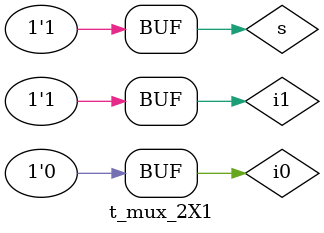
<source format=v>
module t_mux_2X1();
wire out;
reg s,i0,i1;

mux_2X1 m1(out,s,i0,i1);

initial begin
s=0;i0=0;i1=1;
#5 s=1;
end
endmodule
</source>
